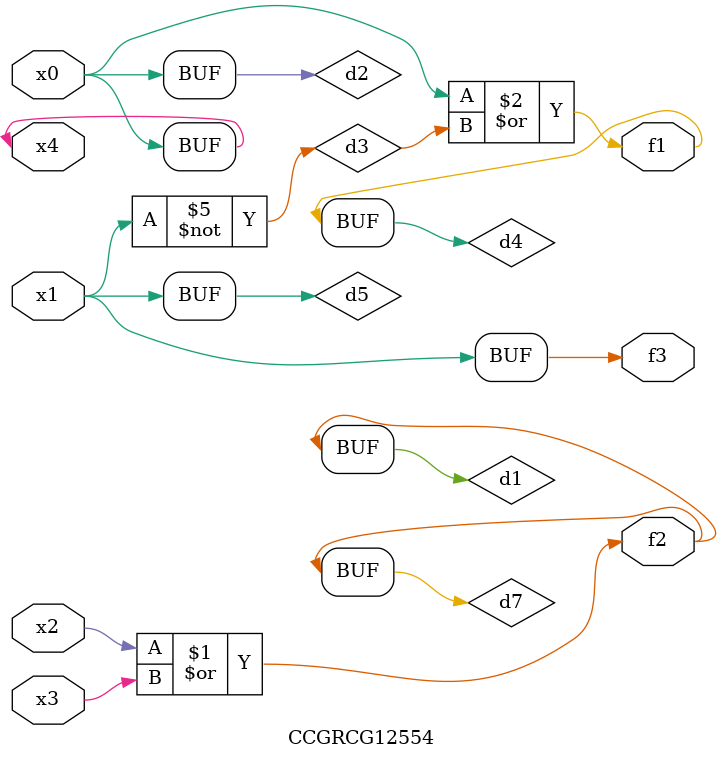
<source format=v>
module CCGRCG12554(
	input x0, x1, x2, x3, x4,
	output f1, f2, f3
);

	wire d1, d2, d3, d4, d5, d6, d7;

	or (d1, x2, x3);
	buf (d2, x0, x4);
	not (d3, x1);
	or (d4, d2, d3);
	not (d5, d3);
	nand (d6, d1, d3);
	or (d7, d1);
	assign f1 = d4;
	assign f2 = d7;
	assign f3 = d5;
endmodule

</source>
